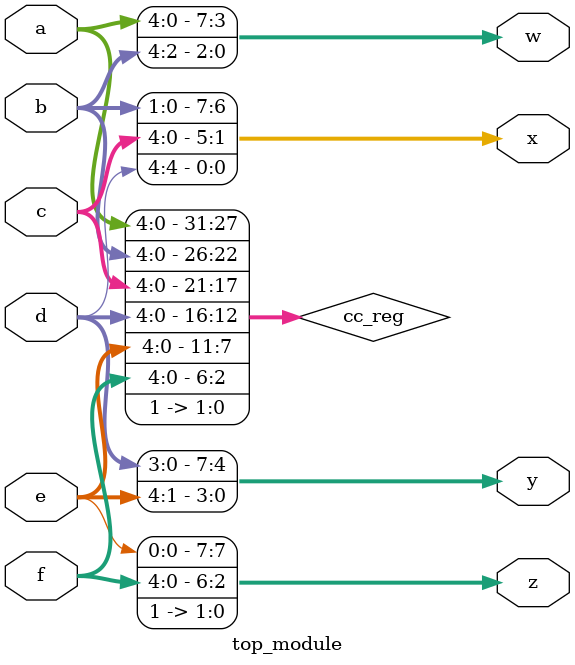
<source format=v>
module top_module (
    input [4:0] a, b, c, d, e, f,
    output [7:0] w, x, y, z );
    wire [31:0] cc_reg;
    assign cc_reg = {a[4:0], b[4:0], c[4:0], d[4:0], e[4:0], f[4:0], 2'b11};
    assign w = cc_reg[31:24];
    assign x = cc_reg[23:16];
    assign y = cc_reg[15:8];
    assign z = cc_reg[7:0];

endmodule

</source>
